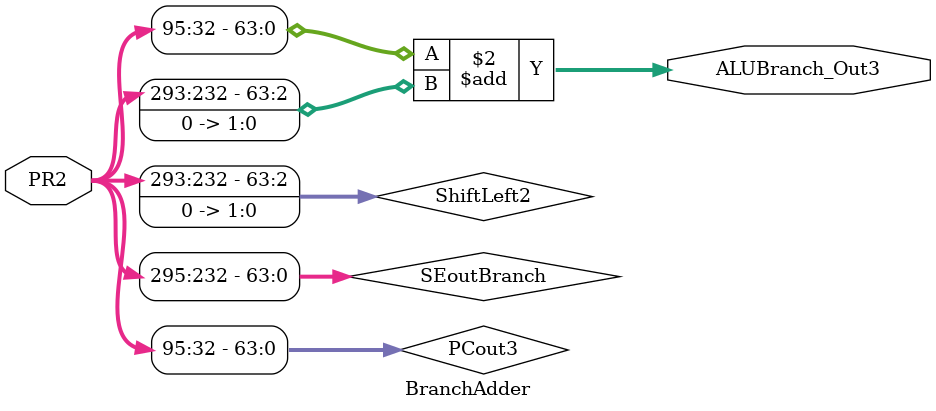
<source format=v>
`timescale 1ns / 1ps
module BranchAdder(PR2, ALUBranch_Out3);
		input [499:0] PR2;
		wire [63:0] PCout3;
		wire [63:0] SEoutBranch;
		wire [63:0] ShiftLeft2;
		output [63:0] ALUBranch_Out3;
		
		assign PCout3 = PR2[95:32];
		assign SEoutBranch = PR2[295:232];
		
		assign ShiftLeft2 = SEoutBranch << 2;
		assign ALUBranch_Out3 = PCout3+ShiftLeft2;

endmodule

</source>
